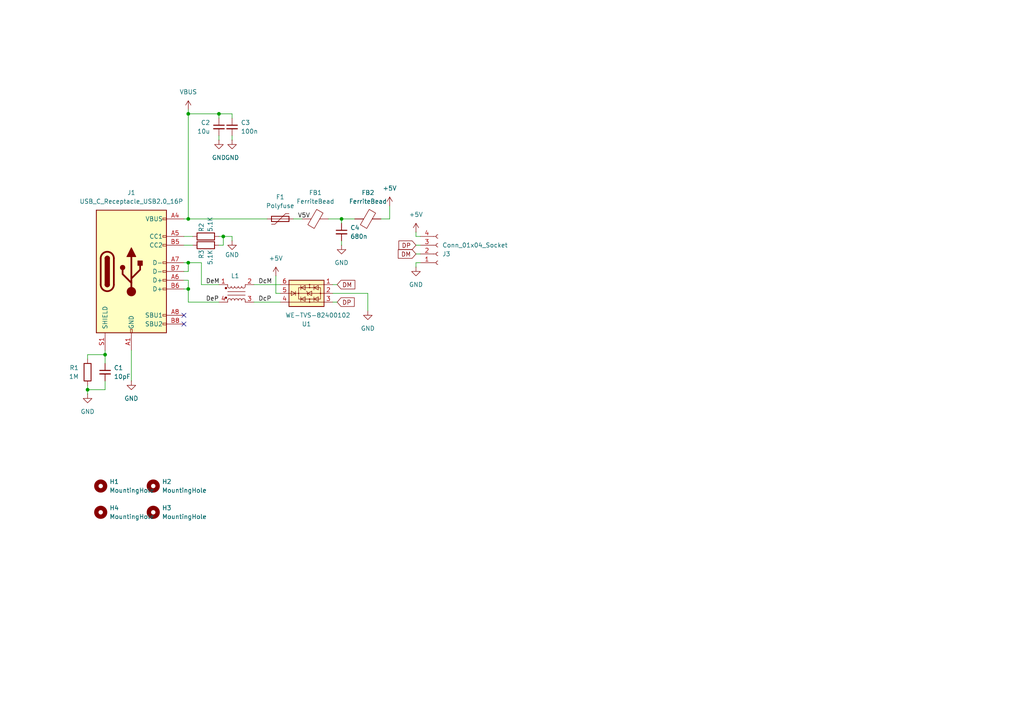
<source format=kicad_sch>
(kicad_sch (version 20231120) (generator "eeschema") (generator_version "8.0")
  (paper "A4")
  (lib_symbols
    (symbol "Connector:Conn_01x04_Socket" (pin_names (offset 1.016) hide)
      (property "Reference" "J" (at 0 5.08 0))
      (property "Value" "Conn_01x04_Socket" (at 0 -7.62 0))
      (symbol "Conn_01x04_Socket_1_1"
        (arc (start 0 -4.572) (mid -0.5058 -5.08) (end 0 -5.588) (stroke (width 0.1524)))
        (arc (start 0 -2.032) (mid -0.5058 -2.54) (end 0 -3.048) (stroke (width 0.1524)))
        (polyline (pts (xy -1.27 -5.08) (xy -0.508 -5.08)) (stroke (width 0.1524)))
        (polyline (pts (xy -1.27 -2.54) (xy -0.508 -2.54)) (stroke (width 0.1524)))
        (polyline (pts (xy -1.27 0) (xy -0.508 0)) (stroke (width 0.1524)))
        (polyline (pts (xy -1.27 2.54) (xy -0.508 2.54)) (stroke (width 0.1524)))
        (arc (start 0 0.508) (mid -0.5058 0) (end 0 -0.508) (stroke (width 0.1524)))
        (arc (start 0 3.048) (mid -0.5058 2.54) (end 0 2.032) (stroke (width 0.1524)))
        (pin passive line (at -5.08 2.54 0) (length 3.81) (name "Pin_1") (number "1"))
        (pin passive line (at -5.08 0 0) (length 3.81) (name "Pin_2") (number "2"))
        (pin passive line (at -5.08 -2.54 0) (length 3.81) (name "Pin_3") (number "3"))
        (pin passive line (at -5.08 -5.08 0) (length 3.81) (name "Pin_4") (number "4"))
      )
    )
    (symbol "Connector:USB_C_Receptacle_USB2.0_16P" (pin_names (offset 1.016))
      (property "Reference" "J" (at 0 22.225 0))
      (property "Value" "USB_C_Receptacle_USB2.0_16P" (at 0 19.685 0))
      (symbol "USB_C_Receptacle_USB2.0_16P_0_0"
        (rectangle (start -0.254 -17.78) (end 0.254 -16.764))
        (rectangle (start 10.16 -14.986) (end 9.144 -15.494))
        (rectangle (start 10.16 -12.446) (end 9.144 -12.954))
        (rectangle (start 10.16 -4.826) (end 9.144 -5.334))
        (rectangle (start 10.16 -2.286) (end 9.144 -2.794))
        (rectangle (start 10.16 0.254) (end 9.144 -0.254))
        (rectangle (start 10.16 2.794) (end 9.144 2.286))
        (rectangle (start 10.16 7.874) (end 9.144 7.366))
        (rectangle (start 10.16 10.414) (end 9.144 9.906))
        (rectangle (start 10.16 15.494) (end 9.144 14.986))
      )
      (symbol "USB_C_Receptacle_USB2.0_16P_0_1"
        (rectangle (start -10.16 17.78) (end 10.16 -17.78) (stroke (width 0.254)) (fill (type background)))
        (arc (start -8.89 -3.81) (mid -6.985 -5.7067) (end -5.08 -3.81) (stroke (width 0.508)))
        (arc (start -7.62 -3.81) (mid -6.985 -4.4423) (end -6.35 -3.81) (stroke (width 0.254)))
        (arc (start -7.62 -3.81) (mid -6.985 -4.4423) (end -6.35 -3.81) (stroke (width 0.254)) (fill (type outline)))
        (rectangle (start -7.62 -3.81) (end -6.35 3.81) (stroke (width 0.254)) (fill (type outline)))
        (arc (start -6.35 3.81) (mid -6.985 4.4423) (end -7.62 3.81) (stroke (width 0.254)))
        (arc (start -6.35 3.81) (mid -6.985 4.4423) (end -7.62 3.81) (stroke (width 0.254)) (fill (type outline)))
        (arc (start -5.08 3.81) (mid -6.985 5.7067) (end -8.89 3.81) (stroke (width 0.508)))
        (circle (center -2.54 1.143) (radius 0.635) (stroke (width 0.254)) (fill (type outline)))
        (circle (center 0 -5.842) (radius 1.27) (fill (type outline)))
        (polyline (pts (xy -8.89 -3.81) (xy -8.89 3.81)) (stroke (width 0.508)))
        (polyline (pts (xy -5.08 3.81) (xy -5.08 -3.81)) (stroke (width 0.508)))
        (polyline (pts (xy 0 -5.842) (xy 0 4.318)) (stroke (width 0.508)))
        (polyline (pts (xy 0 -3.302) (xy -2.54 -0.762) (xy -2.54 0.508)) (stroke (width 0.508)))
        (polyline (pts (xy 0 -2.032) (xy 2.54 0.508) (xy 2.54 1.778)) (stroke (width 0.508)))
        (polyline (pts (xy -1.27 4.318) (xy 0 6.858) (xy 1.27 4.318) (xy -1.27 4.318)) (stroke (width 0.254)) (fill (type outline)))
        (rectangle (start 1.905 1.778) (end 3.175 3.048) (stroke (width 0.254)) (fill (type outline)))
      )
      (symbol "USB_C_Receptacle_USB2.0_16P_1_1"
        (pin passive line (at 0 -22.86 90) (length 5.08) (name "GND") (number "A1"))
        (pin passive line (at 0 -22.86 90) (length 5.08) hide (name "GND") (number "A12"))
        (pin passive line (at 15.24 15.24 180) (length 5.08) (name "VBUS") (number "A4"))
        (pin bidirectional line (at 15.24 10.16 180) (length 5.08) (name "CC1") (number "A5"))
        (pin bidirectional line (at 15.24 -2.54 180) (length 5.08) (name "D+") (number "A6"))
        (pin bidirectional line (at 15.24 2.54 180) (length 5.08) (name "D-") (number "A7"))
        (pin bidirectional line (at 15.24 -12.7 180) (length 5.08) (name "SBU1") (number "A8"))
        (pin passive line (at 15.24 15.24 180) (length 5.08) hide (name "VBUS") (number "A9"))
        (pin passive line (at 0 -22.86 90) (length 5.08) hide (name "GND") (number "B1"))
        (pin passive line (at 0 -22.86 90) (length 5.08) hide (name "GND") (number "B12"))
        (pin passive line (at 15.24 15.24 180) (length 5.08) hide (name "VBUS") (number "B4"))
        (pin bidirectional line (at 15.24 7.62 180) (length 5.08) (name "CC2") (number "B5"))
        (pin bidirectional line (at 15.24 -5.08 180) (length 5.08) (name "D+") (number "B6"))
        (pin bidirectional line (at 15.24 0 180) (length 5.08) (name "D-") (number "B7"))
        (pin bidirectional line (at 15.24 -15.24 180) (length 5.08) (name "SBU2") (number "B8"))
        (pin passive line (at 15.24 15.24 180) (length 5.08) hide (name "VBUS") (number "B9"))
        (pin passive line (at -7.62 -22.86 90) (length 5.08) (name "SHIELD") (number "S1"))
      )
    )
    (symbol "Device:C_Small" (pin_numbers hide) (pin_names (offset 0.254) hide)
      (property "Reference" "C" (at 0.254 1.778 0))
      (property "Value" "C_Small" (at 0.254 -2.032 0))
      (symbol "C_Small_0_1"
        (polyline (pts (xy -1.524 -0.508) (xy 1.524 -0.508)) (stroke (width 0.3302)))
        (polyline (pts (xy -1.524 0.508) (xy 1.524 0.508)) (stroke (width 0.3048)))
      )
      (symbol "C_Small_1_1"
        (pin passive line (at 0 2.54 270) (length 2.032) (name "~") (number "1"))
        (pin passive line (at 0 -2.54 90) (length 2.032) (name "~") (number "2"))
      )
    )
    (symbol "Device:FerriteBead" (pin_numbers hide) (pin_names (offset 0))
      (property "Reference" "FB" (at -3.81 0.635 90))
      (property "Value" "FerriteBead" (at 3.81 0 90))
      (symbol "FerriteBead_0_1"
        (polyline (pts (xy 0 -1.27) (xy 0 -1.2192)))
        (polyline (pts (xy 0 1.27) (xy 0 1.2954)))
        (polyline (pts (xy -2.7686 0.4064) (xy -1.7018 2.2606) (xy 2.7686 -0.3048) (xy 1.6764 -2.159) (xy -2.7686 0.4064)))
      )
      (symbol "FerriteBead_1_1"
        (pin passive line (at 0 3.81 270) (length 2.54) (name "~") (number "1"))
        (pin passive line (at 0 -3.81 90) (length 2.54) (name "~") (number "2"))
      )
    )
    (symbol "Device:Polyfuse" (pin_numbers hide) (pin_names (offset 0))
      (property "Reference" "F" (at -2.54 0 90))
      (property "Value" "Polyfuse" (at 2.54 0 90))
      (symbol "Polyfuse_0_1"
        (rectangle (start -0.762 2.54) (end 0.762 -2.54) (stroke (width 0.254)))
        (polyline (pts (xy 0 2.54) (xy 0 -2.54)))
        (polyline (pts (xy -1.524 2.54) (xy -1.524 1.524) (xy 1.524 -1.524) (xy 1.524 -2.54)))
      )
      (symbol "Polyfuse_1_1"
        (pin passive line (at 0 3.81 270) (length 1.27) (name "~") (number "1"))
        (pin passive line (at 0 -3.81 90) (length 1.27) (name "~") (number "2"))
      )
    )
    (symbol "Device:R" (pin_numbers hide) (pin_names (offset 0))
      (property "Reference" "R" (at 2.032 0 90))
      (property "Value" "R" (at 0 0 90))
      (symbol "R_0_1"
        (rectangle (start -1.016 -2.54) (end 1.016 2.54) (stroke (width 0.254)))
      )
      (symbol "R_1_1"
        (pin passive line (at 0 3.81 270) (length 1.27) (name "~") (number "1"))
        (pin passive line (at 0 -3.81 90) (length 1.27) (name "~") (number "2"))
      )
    )
    (symbol "Filter:Choke_Wurth_WE-CNSW_744232090"
      (property "Reference" "L" (at 0 5.08 0))
      (property "Value" "Choke_Wurth_WE-CNSW_744232090" (at 0 -5.08 0))
      (symbol "Choke_Wurth_WE-CNSW_744232090_1_1"
        (circle (center -3.048 -1.27) (radius 0.254) (fill (type outline)))
        (circle (center -3.048 1.524) (radius 0.254) (fill (type outline)))
        (arc (start -2.54 2.032) (mid -2.032 1.5262) (end -1.524 2.032))
        (arc (start -1.524 -2.032) (mid -2.032 -1.5262) (end -2.54 -2.032))
        (arc (start -1.524 2.032) (mid -1.016 1.5262) (end -0.508 2.032))
        (arc (start -0.508 -2.032) (mid -1.016 -1.5262) (end -1.524 -2.032))
        (arc (start -0.508 2.032) (mid 0 1.5262) (end 0.508 2.032))
        (polyline (pts (xy -2.54 -2.032) (xy -2.54 -2.54)))
        (polyline (pts (xy -2.54 0.508) (xy 2.54 0.508)))
        (polyline (pts (xy -2.54 2.032) (xy -2.54 2.54)))
        (polyline (pts (xy 2.54 -2.032) (xy 2.54 -2.54)))
        (polyline (pts (xy 2.54 -0.508) (xy -2.54 -0.508)))
        (polyline (pts (xy 2.54 2.54) (xy 2.54 2.032)))
        (arc (start 0.508 -2.032) (mid 0 -1.5262) (end -0.508 -2.032))
        (arc (start 0.508 2.032) (mid 1.016 1.5262) (end 1.524 2.032))
        (arc (start 1.524 -2.032) (mid 1.016 -1.5262) (end 0.508 -2.032))
        (arc (start 1.524 2.032) (mid 2.032 1.5262) (end 2.54 2.032))
        (arc (start 2.54 -2.032) (mid 2.032 -1.5262) (end 1.524 -2.032))
        (pin passive line (at -5.08 2.54 0) (length 2.54) (name "") (number "1"))
        (pin passive line (at 5.08 2.54 180) (length 2.54) (name "") (number "2"))
        (pin passive line (at 5.08 -2.54 180) (length 2.54) (name "") (number "3"))
        (pin passive line (at -5.08 -2.54 0) (length 2.54) (name "") (number "4"))
      )
    )
    (symbol "Mechanical:MountingHole" (pin_names (offset 1.016)) (exclude_from_sim yes) (in_bom no)
      (property "Reference" "H" (at 0 5.08 0))
      (property "Value" "MountingHole" (at 0 3.175 0))
      (symbol "MountingHole_0_1"
        (circle (center 0 0) (radius 1.27) (stroke (width 1.27)))
      )
    )
    (symbol "Power_Protection:WE-TVS-82400102"
      (property "Reference" "U" (at 0 7.62 0))
      (property "Value" "WE-TVS-82400102" (at 0 5.08 0))
      (symbol "WE-TVS-82400102_0_1"
        (circle (center -4.064 0) (radius 0.127))
        (rectangle (start -4.064 1.651) (end 2.286 -1.651))
        (circle (center -0.889 -2.54) (radius 0.127))
        (circle (center -0.889 -1.651) (radius 0.127))
        (circle (center -0.889 1.651) (radius 0.127))
        (circle (center -0.889 2.54) (radius 0.127))
        (polyline (pts (xy -5.08 -2.54) (xy 5.08 -2.54)))
        (polyline (pts (xy -5.08 2.54) (xy 5.08 2.54)))
        (polyline (pts (xy -4.064 0) (xy -5.08 0)))
        (polyline (pts (xy -4.064 0) (xy 2.286 0)) (fill (type outline)))
        (polyline (pts (xy -2.159 -1.016) (xy -2.159 -2.286)))
        (polyline (pts (xy -2.159 2.286) (xy -2.159 1.016)))
        (polyline (pts (xy -0.889 -1.651) (xy -0.889 -2.413)))
        (polyline (pts (xy -0.889 1.651) (xy -0.889 2.54)))
        (polyline (pts (xy -0.508 -0.635) (xy -0.508 -0.635)))
        (polyline (pts (xy 1.651 -1.016) (xy 1.651 -2.286)))
        (polyline (pts (xy 1.651 2.286) (xy 1.651 1.016)))
        (polyline (pts (xy 2.286 0) (xy 5.08 0)))
        (polyline (pts (xy -3.429 -1.016) (xy -3.429 -2.286) (xy -2.159 -1.651) (xy -3.429 -1.016)))
        (polyline (pts (xy -3.429 1.016) (xy -3.429 2.286) (xy -2.159 1.651) (xy -3.429 1.016)))
        (polyline (pts (xy 0 0.635) (xy -0.254 0.381) (xy -0.254 -0.381) (xy -0.508 -0.635)))
        (polyline (pts (xy 0.381 -1.016) (xy 0.381 -2.286) (xy 1.651 -1.651) (xy 0.381 -1.016)))
        (polyline (pts (xy 0.381 1.016) (xy 0.381 2.286) (xy 1.651 1.651) (xy 0.381 1.016)))
        (circle (center 2.286 0) (radius 0.127))
      )
      (symbol "WE-TVS-82400102_1_1"
        (rectangle (start -5.08 3.81) (end 5.08 -3.81) (stroke (width 0.254)) (fill (type background)))
        (polyline (pts (xy 3.175 0.635) (xy 3.175 -0.635)))
        (polyline (pts (xy -1.524 0.635) (xy -1.524 -0.635) (xy -0.254 0) (xy -1.524 0.635)))
        (polyline (pts (xy 4.445 0.635) (xy 4.445 -0.635) (xy 3.175 0) (xy 4.445 0.635)))
        (pin passive line (at -7.62 2.54 0) (length 2.54) (name "~") (number "1"))
        (pin passive line (at -7.62 0 0) (length 2.54) (name "~") (number "2"))
        (pin passive line (at -7.62 -2.54 0) (length 2.54) (name "~") (number "3"))
        (pin passive line (at 7.62 -2.54 180) (length 2.54) (name "~") (number "4"))
        (pin passive line (at 7.62 0 180) (length 2.54) (name "~") (number "5"))
        (pin passive line (at 7.62 2.54 180) (length 2.54) (name "~") (number "6"))
      )
    )
    (symbol "power:+5V" (power) (pin_numbers hide) (pin_names (offset 0) hide)
      (property "Value" "+5V" (at 0 3.556 0))
      (symbol "+5V_0_1"
        (polyline (pts (xy -0.762 1.27) (xy 0 2.54)))
        (polyline (pts (xy 0 0) (xy 0 2.54)))
        (polyline (pts (xy 0 2.54) (xy 0.762 1.27)))
      )
      (symbol "+5V_1_1"
        (pin power_in line (at 0 0 90) (length 0) (name "~") (number "1"))
      )
    )
    (symbol "power:GND" (power) (pin_numbers hide) (pin_names (offset 0) hide)
      (property "Value" "GND" (at 0 -3.81 0))
      (symbol "GND_0_1"
        (polyline (pts (xy 0 0) (xy 0 -1.27) (xy 1.27 -1.27) (xy 0 -2.54) (xy -1.27 -1.27) (xy 0 -1.27)))
      )
      (symbol "GND_1_1"
        (pin power_in line (at 0 0 270) (length 0) (name "~") (number "1"))
      )
    )
    (symbol "power:VBUS" (power) (pin_numbers hide) (pin_names (offset 0) hide)
      (property "Value" "VBUS" (at 0 3.556 0))
      (symbol "VBUS_0_1"
        (polyline (pts (xy -0.762 1.27) (xy 0 2.54)))
        (polyline (pts (xy 0 0) (xy 0 2.54)))
        (polyline (pts (xy 0 2.54) (xy 0.762 1.27)))
      )
      (symbol "VBUS_1_1"
        (pin power_in line (at 0 0 90) (length 0) (name "~") (number "1"))
      )
    )
  )
  (junction (at 64.77 68.58))
  (junction (at 25.4 113.03))
  (junction (at 54.61 83.82))
  (junction (at 99.06 63.5))
  (junction (at 54.61 33.02))
  (junction (at 30.48 102.87))
  (junction (at 63.5 33.02))
  (junction (at 54.61 76.2))
  (junction (at 54.61 63.5))
  (no_connect (at 53.34 93.98))
  (no_connect (at 53.34 91.44))
  (wire (pts (xy 120.65 68.58) (xy 121.92 68.58)))
  (wire (pts (xy 96.52 85.09) (xy 106.68 85.09)))
  (wire (pts (xy 53.34 81.28) (xy 54.61 81.28)))
  (wire (pts (xy 120.65 77.47) (xy 120.65 76.2)))
  (wire (pts (xy 30.48 113.03) (xy 25.4 113.03)))
  (wire (pts (xy 113.03 59.69) (xy 113.03 63.5)))
  (wire (pts (xy 25.4 111.76) (xy 25.4 113.03)))
  (wire (pts (xy 53.34 76.2) (xy 54.61 76.2)))
  (wire (pts (xy 73.66 82.55) (xy 81.28 82.55)))
  (wire (pts (xy 54.61 33.02) (xy 63.5 33.02)))
  (wire (pts (xy 25.4 102.87) (xy 30.48 102.87)))
  (wire (pts (xy 54.61 87.63) (xy 54.61 83.82)))
  (wire (pts (xy 106.68 85.09) (xy 106.68 90.17)))
  (wire (pts (xy 67.31 68.58) (xy 64.77 68.58)))
  (wire (pts (xy 120.65 67.31) (xy 120.65 68.58)))
  (wire (pts (xy 64.77 71.12) (xy 64.77 68.58)))
  (wire (pts (xy 53.34 78.74) (xy 54.61 78.74)))
  (wire (pts (xy 80.01 80.01) (xy 80.01 85.09)))
  (wire (pts (xy 53.34 68.58) (xy 55.88 68.58)))
  (wire (pts (xy 54.61 63.5) (xy 77.47 63.5)))
  (wire (pts (xy 120.65 71.12) (xy 121.92 71.12)))
  (wire (pts (xy 96.52 87.63) (xy 97.79 87.63)))
  (wire (pts (xy 64.77 68.58) (xy 63.5 68.58)))
  (wire (pts (xy 30.48 101.6) (xy 30.48 102.87)))
  (wire (pts (xy 67.31 69.85) (xy 67.31 68.58)))
  (wire (pts (xy 58.42 76.2) (xy 58.42 82.55)))
  (wire (pts (xy 63.5 33.02) (xy 63.5 34.29)))
  (wire (pts (xy 63.5 71.12) (xy 64.77 71.12)))
  (wire (pts (xy 58.42 82.55) (xy 63.5 82.55)))
  (wire (pts (xy 96.52 82.55) (xy 97.79 82.55)))
  (wire (pts (xy 54.61 76.2) (xy 58.42 76.2)))
  (wire (pts (xy 95.25 63.5) (xy 99.06 63.5)))
  (wire (pts (xy 99.06 63.5) (xy 102.87 63.5)))
  (wire (pts (xy 85.09 63.5) (xy 87.63 63.5)))
  (wire (pts (xy 110.49 63.5) (xy 113.03 63.5)))
  (wire (pts (xy 67.31 34.29) (xy 67.31 33.02)))
  (wire (pts (xy 54.61 31.75) (xy 54.61 33.02)))
  (wire (pts (xy 30.48 102.87) (xy 30.48 105.41)))
  (wire (pts (xy 25.4 104.14) (xy 25.4 102.87)))
  (wire (pts (xy 63.5 39.37) (xy 63.5 40.64)))
  (wire (pts (xy 53.34 83.82) (xy 54.61 83.82)))
  (wire (pts (xy 54.61 83.82) (xy 54.61 81.28)))
  (wire (pts (xy 53.34 63.5) (xy 54.61 63.5)))
  (wire (pts (xy 120.65 76.2) (xy 121.92 76.2)))
  (wire (pts (xy 54.61 33.02) (xy 54.61 63.5)))
  (wire (pts (xy 99.06 69.85) (xy 99.06 71.12)))
  (wire (pts (xy 73.66 87.63) (xy 81.28 87.63)))
  (wire (pts (xy 54.61 76.2) (xy 54.61 78.74)))
  (wire (pts (xy 99.06 63.5) (xy 99.06 64.77)))
  (wire (pts (xy 38.1 101.6) (xy 38.1 110.49)))
  (wire (pts (xy 120.65 73.66) (xy 121.92 73.66)))
  (wire (pts (xy 67.31 39.37) (xy 67.31 40.64)))
  (wire (pts (xy 30.48 110.49) (xy 30.48 113.03)))
  (wire (pts (xy 67.31 33.02) (xy 63.5 33.02)))
  (wire (pts (xy 54.61 87.63) (xy 63.5 87.63)))
  (wire (pts (xy 53.34 71.12) (xy 55.88 71.12)))
  (wire (pts (xy 25.4 113.03) (xy 25.4 114.3)))
  (wire (pts (xy 80.01 85.09) (xy 81.28 85.09)))
  (label "DcP" (at 74.93 87.63 0))
  (label "V5V" (at 86.36 63.5 0))
  (label "DeP" (at 59.69 87.63 0))
  (label "DcM" (at 74.93 82.55 0))
  (label "DeM" (at 59.69 82.55 0))
  (global_label "DP" (shape input) (at 97.79 87.63 0) (property "Intersheetrefs" "${INTERSHEET_REFS}" (effects (hide yes))))
  (global_label "DM" (shape input) (at 120.65 73.66 180) (property "Intersheetrefs" "${INTERSHEET_REFS}" (effects (hide yes))))
  (global_label "DP" (shape input) (at 120.65 71.12 180) (property "Intersheetrefs" "${INTERSHEET_REFS}" (effects (hide yes))))
  (global_label "DM" (shape input) (at 97.79 82.55 0) (property "Intersheetrefs" "${INTERSHEET_REFS}" (effects (hide yes))))
  (symbol (lib_id "Device:FerriteBead") (at 91.44 63.5 270) (unit 1)
    (property "Reference" "FB1" (at 91.4908 55.88 90))
    (property "Value" "FerriteBead" (at 91.4908 58.42 90))
    (property "Footprint" "Capacitor_SMD:C_0201_0603Metric_Pad0.64x0.40mm_HandSolder" (effects (hide yes)))
    (property "Description" "Ferrite bead" (effects (hide yes)))
  )
  (symbol (lib_id "power:GND") (at 67.31 40.64 0) (unit 1)
    (property "Reference" "#PWR013" (effects (hide yes)))
    (property "Value" "GND" (at 67.31 45.72 0))
    (property "Description" "Power symbol creates a global label with name \"GND\" , ground" (effects (hide yes)))
  )
  (symbol (lib_id "power:+5V") (at 113.03 59.69 0) (unit 1)
    (property "Reference" "#PWR06" (effects (hide yes)))
    (property "Value" "+5V" (at 113.03 54.61 0))
    (property "Description" "Power symbol creates a global label with name \"+5V\"" (effects (hide yes)))
  )
  (symbol (lib_id "Device:C_Small") (at 67.31 36.83 0) (unit 1)
    (property "Reference" "C3" (at 69.85 35.5662 0) (effects (justify left)))
    (property "Value" "100n" (at 69.85 38.1062 0) (effects (justify left)))
    (property "Footprint" "Capacitor_SMD:C_0402_1005Metric_Pad0.74x0.62mm_HandSolder" (effects (hide yes)))
    (property "Description" "Unpolarized capacitor, small symbol" (effects (hide yes)))
  )
  (symbol (lib_id "Connector:Conn_01x04_Socket") (at 127 73.66 0) (mirror x) (unit 1)
    (property "Reference" "J3" (at 128.27 73.6601 0) (effects (justify left)))
    (property "Value" "Conn_01x04_Socket" (at 128.27 71.1201 0) (effects (justify left)))
    (property "Footprint" "Connector_JST:JST_PH_S4B-PH-K_1x04_P2.00mm_Horizontal" (effects (hide yes)))
    (property "Description" "Generic connector, single row, 01x04, script generated" (effects (hide yes)))
  )
  (symbol (lib_id "power:+5V") (at 80.01 80.01 0) (unit 1)
    (property "Reference" "#PWR04" (effects (hide yes)))
    (property "Value" "+5V" (at 80.01 74.93 0))
    (property "Description" "Power symbol creates a global label with name \"+5V\"" (effects (hide yes)))
  )
  (symbol (lib_id "Device:C_Small") (at 99.06 67.31 0) (unit 1)
    (property "Reference" "C4" (at 101.6 66.0462 0) (effects (justify left)))
    (property "Value" "680n" (at 101.6 68.5862 0) (effects (justify left)))
    (property "Footprint" "Capacitor_SMD:C_0402_1005Metric_Pad0.74x0.62mm_HandSolder" (effects (hide yes)))
    (property "Description" "Unpolarized capacitor, small symbol" (effects (hide yes)))
  )
  (symbol (lib_id "Power_Protection:WE-TVS-82400102") (at 88.9 85.09 0) (mirror y) (unit 1)
    (property "Reference" "U1" (at 88.9 93.98 0))
    (property "Value" "WE-TVS-82400102" (at 92.202 91.44 0))
    (property "Footprint" "Package_TO_SOT_SMD:SOT-23-6" (effects (hide yes)))
    (property "Datasheet" "https://www.we-online.com/components/products/datasheet/82400102.pdf" (effects (hide yes)))
    (property "Description" "Low Capacitance TVS Diode Array, 2 Channels, SOT-23-6" (effects (hide yes)))
  )
  (symbol (lib_id "power:GND") (at 106.68 90.17 0) (unit 1)
    (property "Reference" "#PWR01" (effects (hide yes)))
    (property "Value" "GND" (at 106.68 95.25 0))
    (property "Description" "Power symbol creates a global label with name \"GND\" , ground" (effects (hide yes)))
  )
  (symbol (lib_id "power:VBUS") (at 54.61 31.75 0) (unit 1)
    (property "Reference" "#PWR05" (effects (hide yes)))
    (property "Value" "VBUS" (at 54.61 26.67 0))
    (property "Description" "Power symbol creates a global label with name \"VBUS\"" (effects (hide yes)))
  )
  (symbol (lib_id "power:GND") (at 63.5 40.64 0) (unit 1)
    (property "Reference" "#PWR07" (effects (hide yes)))
    (property "Value" "GND" (at 63.5 45.72 0))
    (property "Description" "Power symbol creates a global label with name \"GND\" , ground" (effects (hide yes)))
  )
  (symbol (lib_id "Device:R") (at 59.69 68.58 90) (unit 1)
    (property "Reference" "R2" (at 58.42 67.31 0) (effects (justify left)))
    (property "Value" "5.1K" (at 60.96 67.31 0) (effects (justify left)))
    (property "Footprint" "Capacitor_SMD:C_0402_1005Metric_Pad0.74x0.62mm_HandSolder" (effects (hide yes)))
    (property "Description" "Resistor" (effects (hide yes)))
  )
  (symbol (lib_id "Device:FerriteBead") (at 106.68 63.5 270) (unit 1)
    (property "Reference" "FB2" (at 106.7308 55.88 90))
    (property "Value" "FerriteBead" (at 106.7308 58.42 90))
    (property "Footprint" "Capacitor_SMD:C_0201_0603Metric_Pad0.64x0.40mm_HandSolder" (effects (hide yes)))
    (property "Description" "Ferrite bead" (effects (hide yes)))
  )
  (symbol (lib_id "Connector:USB_C_Receptacle_USB2.0_16P") (at 38.1 78.74 0) (unit 1)
    (property "Reference" "J1" (at 38.1 55.88 0))
    (property "Value" "USB_C_Receptacle_USB2.0_16P" (at 38.1 58.42 0))
    (property "Footprint" "Library_Pia:USB_C_Receptacle_Bottom_Up SMD" (effects (hide yes)))
    (property "Datasheet" "https://www.usb.org/sites/default/files/documents/usb_type-c.zip" (effects (hide yes)))
    (property "Description" "USB 2.0-only 16P Type-C Receptacle connector" (effects (hide yes)))
  )
  (symbol (lib_id "Device:C_Small") (at 63.5 36.83 0) (mirror y) (unit 1)
    (property "Reference" "C2" (at 60.96 35.5662 0) (effects (justify left)))
    (property "Value" "10u" (at 60.96 38.1062 0) (effects (justify left)))
    (property "Footprint" "Capacitor_SMD:C_0402_1005Metric_Pad0.74x0.62mm_HandSolder" (effects (hide yes)))
    (property "Description" "Unpolarized capacitor, small symbol" (effects (hide yes)))
  )
  (symbol (lib_id "Device:Polyfuse") (at 81.28 63.5 90) (unit 1)
    (property "Reference" "F1" (at 81.28 57.15 90))
    (property "Value" "Polyfuse" (at 81.28 59.69 90))
    (property "Footprint" "Capacitor_SMD:C_0805_2012Metric_Pad1.18x1.45mm_HandSolder" (effects (hide yes)))
    (property "Description" "Resettable fuse, polymeric positive temperature coefficient" (effects (hide yes)))
  )
  (symbol (lib_id "power:GND") (at 67.31 69.85 0) (unit 1)
    (property "Reference" "#PWR08" (effects (hide yes)))
    (property "Value" "GND" (at 67.31 73.914 0))
    (property "Description" "Power symbol creates a global label with name \"GND\" , ground" (effects (hide yes)))
  )
  (symbol (lib_id "Filter:Choke_Wurth_WE-CNSW_744232090") (at 68.58 85.09 0) (unit 1)
    (property "Reference" "L1" (at 68.199 80.01 0))
    (property "Value" "Choke_Wurth_WE-CNSW_744232090" (effects (hide yes)))
    (property "Footprint" "Inductor_SMD:L_CommonMode_Wurth_WE-CNSW-1206" (effects (hide yes)))
    (property "Datasheet" "https://www.we-online.com/components/products/datasheet/744232090.pdf" (effects (hide yes)))
    (property "Description" "Common mode choke, 370 mA, 125VDC, USB2.0, 111 nH" (effects (hide yes)))
  )
  (symbol (lib_id "power:GND") (at 99.06 71.12 0) (unit 1)
    (property "Reference" "#PWR09" (effects (hide yes)))
    (property "Value" "GND" (at 99.06 76.2 0))
    (property "Description" "Power symbol creates a global label with name \"GND\" , ground" (effects (hide yes)))
  )
  (symbol (lib_id "Device:R") (at 59.69 71.12 90) (mirror x) (unit 1)
    (property "Reference" "R3" (at 58.42 72.39 0) (effects (justify left)))
    (property "Value" "5.1K" (at 60.96 72.39 0) (effects (justify left)))
    (property "Footprint" "Capacitor_SMD:C_0402_1005Metric_Pad0.74x0.62mm_HandSolder" (effects (hide yes)))
    (property "Description" "Resistor" (effects (hide yes)))
  )
  (symbol (lib_id "power:GND") (at 120.65 77.47 0) (unit 1)
    (property "Reference" "#PWR011" (effects (hide yes)))
    (property "Value" "GND" (at 120.65 82.55 0))
    (property "Description" "Power symbol creates a global label with name \"GND\" , ground" (effects (hide yes)))
  )
  (symbol (lib_id "Device:R") (at 25.4 107.95 0) (mirror y) (unit 1)
    (property "Reference" "R1" (at 22.86 106.6799 0) (effects (justify left)))
    (property "Value" "1M" (at 22.86 109.2199 0) (effects (justify left)))
    (property "Footprint" "Capacitor_SMD:C_0402_1005Metric_Pad0.74x0.62mm_HandSolder" (effects (hide yes)))
    (property "Description" "Resistor" (effects (hide yes)))
  )
  (symbol (lib_id "Device:C_Small") (at 30.48 107.95 0) (unit 1)
    (property "Reference" "C1" (at 33.02 106.6862 0) (effects (justify left)))
    (property "Value" "10pF" (at 33.02 109.2262 0) (effects (justify left)))
    (property "Footprint" "Capacitor_SMD:C_0402_1005Metric_Pad0.74x0.62mm_HandSolder" (effects (hide yes)))
    (property "Description" "Unpolarized capacitor, small symbol" (effects (hide yes)))
  )
  (symbol (lib_id "power:GND") (at 38.1 110.49 0) (unit 1)
    (property "Reference" "#PWR02" (effects (hide yes)))
    (property "Value" "GND" (at 38.1 115.57 0))
    (property "Description" "Power symbol creates a global label with name \"GND\" , ground" (effects (hide yes)))
  )
  (symbol (lib_id "power:GND") (at 25.4 114.3 0) (unit 1)
    (property "Reference" "#PWR03" (effects (hide yes)))
    (property "Value" "GND" (at 25.4 119.38 0))
    (property "Description" "Power symbol creates a global label with name \"GND\" , ground" (effects (hide yes)))
  )
  (symbol (lib_id "Mechanical:MountingHole") (at 44.45 140.97 0) (unit 1) (exclude_from_sim yes) (in_bom no)
    (property "Reference" "H2" (at 46.99 139.6999 0) (effects (justify left)))
    (property "Value" "MountingHole" (at 46.99 142.2399 0) (effects (justify left)))
    (property "Footprint" "MountingHole:MountingHole_2.2mm_M2" (effects (hide yes)))
    (property "Description" "Mounting Hole without connection" (effects (hide yes)))
  )
  (symbol (lib_id "Mechanical:MountingHole") (at 44.45 148.59 0) (unit 1) (exclude_from_sim yes) (in_bom no)
    (property "Reference" "H3" (at 46.99 147.3199 0) (effects (justify left)))
    (property "Value" "MountingHole" (at 46.99 149.8599 0) (effects (justify left)))
    (property "Footprint" "MountingHole:MountingHole_2.2mm_M2" (effects (hide yes)))
    (property "Description" "Mounting Hole without connection" (effects (hide yes)))
  )
  (symbol (lib_id "Mechanical:MountingHole") (at 29.21 148.59 0) (unit 1) (exclude_from_sim yes) (in_bom no)
    (property "Reference" "H4" (at 31.75 147.3199 0) (effects (justify left)))
    (property "Value" "MountingHole" (at 31.75 149.8599 0) (effects (justify left)))
    (property "Footprint" "MountingHole:MountingHole_2.2mm_M2" (effects (hide yes)))
    (property "Description" "Mounting Hole without connection" (effects (hide yes)))
  )
  (symbol (lib_id "power:+5V") (at 120.65 67.31 0) (unit 1)
    (property "Reference" "#PWR010" (effects (hide yes)))
    (property "Value" "+5V" (at 120.65 62.23 0))
    (property "Description" "Power symbol creates a global label with name \"+5V\"" (effects (hide yes)))
  )
  (symbol (lib_id "Mechanical:MountingHole") (at 29.21 140.97 0) (unit 1) (exclude_from_sim yes) (in_bom no)
    (property "Reference" "H1" (at 31.75 139.6999 0) (effects (justify left)))
    (property "Value" "MountingHole" (at 31.75 142.2399 0) (effects (justify left)))
    (property "Footprint" "MountingHole:MountingHole_2.2mm_M2" (effects (hide yes)))
    (property "Description" "Mounting Hole without connection" (effects (hide yes)))
  )
)
</source>
